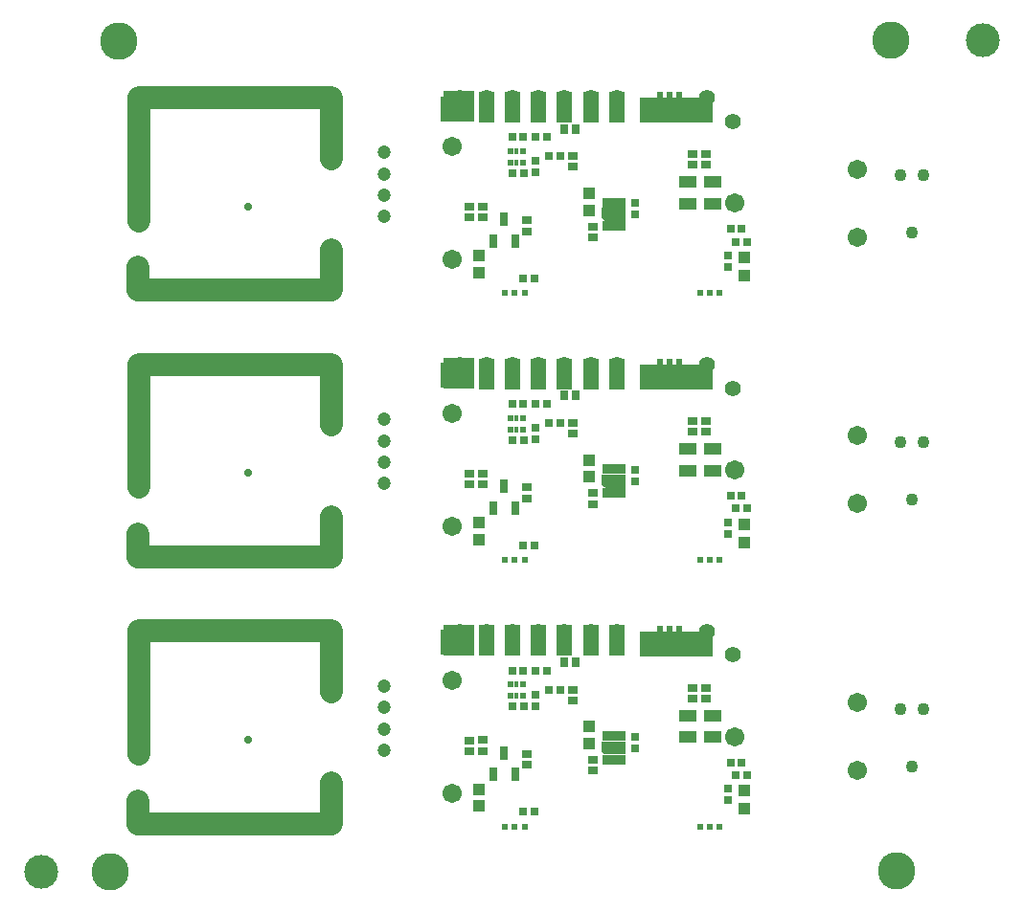
<source format=gts>
G04*
G04 #@! TF.GenerationSoftware,Altium Limited,Altium Designer,19.1.7 (138)*
G04*
G04 Layer_Color=8388736*
%FSAX25Y25*%
%MOIN*%
G70*
G01*
G75*
%ADD15R,0.02362X0.01968*%
%ADD30C,0.04724*%
%ADD78R,0.25591X0.08511*%
%ADD79R,0.11575X0.09055*%
%ADD80C,0.07874*%
%ADD81C,0.11811*%
%ADD82R,0.03320X0.03162*%
%ADD83R,0.02690X0.04540*%
%ADD84R,0.10642X0.10642*%
%ADD85R,0.03950X0.03950*%
%ADD86R,0.03162X0.02769*%
%ADD87R,0.01575X0.01968*%
%ADD88R,0.05524X0.10642*%
%ADD89R,0.02769X0.03162*%
%ADD90R,0.01981X0.03556*%
%ADD91R,0.02769X0.02769*%
%ADD92R,0.03162X0.03320*%
%ADD93R,0.05918X0.04343*%
%ADD94C,0.13005*%
%ADD95C,0.02375*%
%ADD96C,0.05524*%
%ADD97C,0.04343*%
%ADD98C,0.06706*%
%ADD99C,0.02769*%
G36*
X0329784Y0344199D02*
X0329784Y0344199D01*
X0329784Y0344199D01*
X0329810Y0344197D01*
X0329836Y0344195D01*
X0329836Y0344195D01*
X0329837Y0344195D01*
X0329860Y0344191D01*
X0329888Y0344185D01*
X0329888Y0344185D01*
X0329888Y0344185D01*
X0329910Y0344178D01*
X0329937Y0344168D01*
X0329938Y0344168D01*
X0329938Y0344168D01*
X0329961Y0344157D01*
X0329984Y0344145D01*
X0329984Y0344145D01*
X0329985Y0344145D01*
X0330009Y0344129D01*
X0330028Y0344116D01*
X0330028Y0344116D01*
X0330028Y0344116D01*
X0330050Y0344097D01*
X0330067Y0344081D01*
X0330067Y0344081D01*
X0330068Y0344081D01*
X0330083Y0344063D01*
X0330102Y0344042D01*
X0330102Y0344042D01*
X0330102Y0344041D01*
X0330115Y0344022D01*
X0330131Y0343998D01*
X0330131Y0343998D01*
X0330131Y0343998D01*
X0330143Y0343974D01*
X0330154Y0343951D01*
X0330154Y0343951D01*
X0330154Y0343951D01*
X0330162Y0343927D01*
X0330171Y0343902D01*
X0330171Y0343901D01*
X0330171Y0343901D01*
X0330176Y0343876D01*
X0330181Y0343850D01*
X0330181Y0343850D01*
X0330181Y0343850D01*
X0330183Y0343823D01*
X0330185Y0343798D01*
X0330185Y0343798D01*
X0330185Y0343797D01*
X0330184Y0343502D01*
X0330184Y0340058D01*
Y0340058D01*
Y0340058D01*
X0330181Y0340006D01*
X0330171Y0339955D01*
X0330154Y0339905D01*
X0330131Y0339858D01*
X0330101Y0339814D01*
X0330072Y0339780D01*
X0330067Y0339775D01*
X0330067D01*
Y0339775D01*
X0330061Y0339770D01*
X0330027Y0339740D01*
X0329984Y0339711D01*
X0329937Y0339688D01*
X0329887Y0339671D01*
X0329836Y0339661D01*
X0329783Y0339658D01*
X0329783D01*
X0323091Y0339658D01*
X0323062Y0339660D01*
X0323039Y0339661D01*
X0323039Y0339661D01*
X0323039Y0339661D01*
X0323005Y0339668D01*
X0322988Y0339671D01*
X0322988Y0339671D01*
X0322987Y0339671D01*
X0322954Y0339683D01*
X0322938Y0339688D01*
X0322938Y0339688D01*
X0322938Y0339688D01*
X0322912Y0339701D01*
X0322891Y0339711D01*
X0322891Y0339711D01*
X0322891Y0339711D01*
X0322867Y0339727D01*
X0322847Y0339740D01*
X0322847Y0339740D01*
X0322847Y0339740D01*
X0322825Y0339760D01*
X0322808Y0339775D01*
X0321823Y0340759D01*
X0321822Y0340759D01*
X0321822Y0340759D01*
X0321806Y0340778D01*
X0321788Y0340798D01*
X0321788Y0340798D01*
X0321788Y0340798D01*
X0321774Y0340819D01*
X0321759Y0340842D01*
X0321759Y0340842D01*
X0321759Y0340842D01*
X0321747Y0340865D01*
X0321736Y0340889D01*
X0321736Y0340889D01*
X0321735Y0340889D01*
X0321725Y0340920D01*
X0321719Y0340938D01*
X0321719Y0340938D01*
X0321719Y0340939D01*
X0321713Y0340966D01*
X0321708Y0340990D01*
X0321708Y0340990D01*
X0321708Y0340990D01*
X0321707Y0341013D01*
X0321705Y0341042D01*
X0321705Y0341042D01*
X0321705Y0341042D01*
X0321706Y0343508D01*
X0321706Y0343508D01*
X0321706Y0343509D01*
X0321706Y0343801D01*
X0321708Y0343827D01*
X0321710Y0343852D01*
X0321710Y0343852D01*
X0321710Y0343853D01*
X0321715Y0343878D01*
X0321720Y0343903D01*
X0321720Y0343904D01*
X0321720Y0343904D01*
X0321729Y0343929D01*
X0321737Y0343953D01*
X0321737Y0343953D01*
X0321737Y0343954D01*
X0321749Y0343977D01*
X0321760Y0344000D01*
X0321760Y0344001D01*
X0321761Y0344001D01*
X0321775Y0344023D01*
X0321789Y0344044D01*
X0321790Y0344044D01*
X0321790Y0344044D01*
X0321807Y0344063D01*
X0321824Y0344083D01*
X0321824Y0344083D01*
X0321825Y0344084D01*
X0321842Y0344099D01*
X0321863Y0344118D01*
X0321864Y0344118D01*
X0321864Y0344118D01*
X0321885Y0344132D01*
X0321907Y0344147D01*
X0321907Y0344147D01*
X0321908Y0344147D01*
X0321932Y0344159D01*
X0321954Y0344170D01*
X0321954Y0344170D01*
X0321955Y0344170D01*
X0321980Y0344179D01*
X0322004Y0344187D01*
X0322004Y0344187D01*
X0322005Y0344187D01*
X0322031Y0344192D01*
X0322055Y0344197D01*
X0322056Y0344197D01*
X0322056Y0344197D01*
X0322082Y0344199D01*
X0322107Y0344200D01*
X0322108D01*
X0329784Y0344199D01*
D02*
G37*
G36*
Y0251285D02*
X0329784Y0251285D01*
X0329784Y0251285D01*
X0329810Y0251284D01*
X0329836Y0251282D01*
X0329836Y0251282D01*
X0329837Y0251282D01*
X0329860Y0251277D01*
X0329888Y0251272D01*
X0329888Y0251272D01*
X0329888Y0251272D01*
X0329910Y0251264D01*
X0329937Y0251255D01*
X0329938Y0251255D01*
X0329938Y0251255D01*
X0329961Y0251243D01*
X0329984Y0251232D01*
X0329984Y0251232D01*
X0329985Y0251231D01*
X0330009Y0251215D01*
X0330028Y0251203D01*
X0330028Y0251202D01*
X0330028Y0251202D01*
X0330050Y0251183D01*
X0330067Y0251168D01*
X0330067Y0251168D01*
X0330068Y0251167D01*
X0330083Y0251149D01*
X0330102Y0251129D01*
X0330102Y0251128D01*
X0330102Y0251128D01*
X0330115Y0251108D01*
X0330131Y0251085D01*
X0330131Y0251085D01*
X0330131Y0251084D01*
X0330143Y0251060D01*
X0330154Y0251038D01*
X0330154Y0251038D01*
X0330154Y0251037D01*
X0330162Y0251013D01*
X0330171Y0250988D01*
X0330171Y0250988D01*
X0330171Y0250988D01*
X0330176Y0250963D01*
X0330181Y0250937D01*
X0330181Y0250937D01*
X0330181Y0250936D01*
X0330183Y0250909D01*
X0330185Y0250885D01*
X0330185Y0250884D01*
X0330185Y0250884D01*
X0330184Y0250588D01*
X0330184Y0247145D01*
Y0247145D01*
Y0247145D01*
X0330181Y0247093D01*
X0330171Y0247041D01*
X0330154Y0246992D01*
X0330131Y0246945D01*
X0330101Y0246901D01*
X0330072Y0246867D01*
X0330067Y0246862D01*
X0330067D01*
Y0246862D01*
X0330061Y0246857D01*
X0330027Y0246827D01*
X0329984Y0246798D01*
X0329937Y0246775D01*
X0329887Y0246758D01*
X0329836Y0246748D01*
X0329783Y0246744D01*
X0329783D01*
X0323091Y0246744D01*
X0323062Y0246746D01*
X0323039Y0246748D01*
X0323039Y0246748D01*
X0323039Y0246748D01*
X0323005Y0246754D01*
X0322988Y0246758D01*
X0322988Y0246758D01*
X0322987Y0246758D01*
X0322954Y0246769D01*
X0322938Y0246775D01*
X0322938Y0246775D01*
X0322938Y0246775D01*
X0322912Y0246787D01*
X0322891Y0246798D01*
X0322891Y0246798D01*
X0322891Y0246798D01*
X0322867Y0246814D01*
X0322847Y0246827D01*
X0322847Y0246827D01*
X0322847Y0246827D01*
X0322825Y0246847D01*
X0322808Y0246862D01*
X0321823Y0247845D01*
X0321822Y0247845D01*
X0321822Y0247846D01*
X0321806Y0247865D01*
X0321788Y0247885D01*
X0321788Y0247885D01*
X0321788Y0247885D01*
X0321774Y0247905D01*
X0321759Y0247928D01*
X0321759Y0247928D01*
X0321759Y0247929D01*
X0321747Y0247952D01*
X0321736Y0247975D01*
X0321736Y0247975D01*
X0321735Y0247975D01*
X0321725Y0248007D01*
X0321719Y0248025D01*
X0321719Y0248025D01*
X0321719Y0248025D01*
X0321713Y0248052D01*
X0321708Y0248076D01*
X0321708Y0248077D01*
X0321708Y0248077D01*
X0321707Y0248099D01*
X0321705Y0248129D01*
X0321705Y0248129D01*
X0321705Y0248129D01*
X0321706Y0250594D01*
X0321706Y0250595D01*
X0321706Y0250595D01*
X0321706Y0250887D01*
X0321708Y0250913D01*
X0321710Y0250939D01*
X0321710Y0250939D01*
X0321710Y0250940D01*
X0321715Y0250965D01*
X0321720Y0250990D01*
X0321720Y0250991D01*
X0321720Y0250991D01*
X0321729Y0251015D01*
X0321737Y0251040D01*
X0321737Y0251040D01*
X0321737Y0251041D01*
X0321749Y0251064D01*
X0321760Y0251087D01*
X0321760Y0251087D01*
X0321761Y0251087D01*
X0321775Y0251109D01*
X0321789Y0251130D01*
X0321790Y0251131D01*
X0321790Y0251131D01*
X0321807Y0251150D01*
X0321824Y0251170D01*
X0321824Y0251170D01*
X0321825Y0251170D01*
X0321842Y0251186D01*
X0321863Y0251204D01*
X0321864Y0251204D01*
X0321864Y0251205D01*
X0321885Y0251219D01*
X0321907Y0251233D01*
X0321907Y0251234D01*
X0321908Y0251234D01*
X0321932Y0251246D01*
X0321954Y0251256D01*
X0321954Y0251257D01*
X0321955Y0251257D01*
X0321980Y0251265D01*
X0322004Y0251273D01*
X0322004Y0251273D01*
X0322005Y0251274D01*
X0322031Y0251279D01*
X0322055Y0251284D01*
X0322056Y0251284D01*
X0322056Y0251284D01*
X0322082Y0251285D01*
X0322107Y0251287D01*
X0322108D01*
X0329784Y0251285D01*
D02*
G37*
G36*
Y0158372D02*
X0329784Y0158372D01*
X0329784Y0158372D01*
X0329810Y0158370D01*
X0329836Y0158369D01*
X0329836Y0158369D01*
X0329837Y0158369D01*
X0329860Y0158364D01*
X0329888Y0158358D01*
X0329888Y0158358D01*
X0329888Y0158358D01*
X0329910Y0158351D01*
X0329937Y0158342D01*
X0329938Y0158341D01*
X0329938Y0158341D01*
X0329961Y0158330D01*
X0329984Y0158318D01*
X0329984Y0158318D01*
X0329985Y0158318D01*
X0330009Y0158302D01*
X0330028Y0158289D01*
X0330028Y0158289D01*
X0330028Y0158289D01*
X0330050Y0158270D01*
X0330067Y0158255D01*
X0330067Y0158254D01*
X0330068Y0158254D01*
X0330083Y0158236D01*
X0330102Y0158215D01*
X0330102Y0158215D01*
X0330102Y0158215D01*
X0330115Y0158195D01*
X0330131Y0158171D01*
X0330131Y0158171D01*
X0330131Y0158171D01*
X0330143Y0158147D01*
X0330154Y0158124D01*
X0330154Y0158124D01*
X0330154Y0158124D01*
X0330162Y0158100D01*
X0330171Y0158075D01*
X0330171Y0158074D01*
X0330171Y0158074D01*
X0330176Y0158049D01*
X0330181Y0158023D01*
X0330181Y0158023D01*
X0330181Y0158023D01*
X0330183Y0157996D01*
X0330185Y0157971D01*
X0330185Y0157971D01*
X0330185Y0157970D01*
X0330184Y0157675D01*
X0330184Y0154232D01*
Y0154232D01*
Y0154232D01*
X0330181Y0154179D01*
X0330171Y0154128D01*
X0330154Y0154078D01*
X0330131Y0154031D01*
X0330101Y0153988D01*
X0330072Y0153954D01*
X0330067Y0153948D01*
X0330067D01*
Y0153948D01*
X0330061Y0153943D01*
X0330027Y0153914D01*
X0329984Y0153884D01*
X0329937Y0153861D01*
X0329887Y0153844D01*
X0329836Y0153834D01*
X0329783Y0153831D01*
X0329783D01*
X0323091Y0153831D01*
X0323062Y0153833D01*
X0323039Y0153834D01*
X0323039Y0153834D01*
X0323039Y0153834D01*
X0323005Y0153841D01*
X0322988Y0153844D01*
X0322988Y0153844D01*
X0322987Y0153844D01*
X0322954Y0153856D01*
X0322938Y0153861D01*
X0322938Y0153861D01*
X0322938Y0153861D01*
X0322912Y0153874D01*
X0322891Y0153884D01*
X0322891Y0153884D01*
X0322891Y0153885D01*
X0322867Y0153900D01*
X0322847Y0153913D01*
X0322847Y0153914D01*
X0322847Y0153914D01*
X0322825Y0153933D01*
X0322808Y0153948D01*
X0321823Y0154932D01*
X0321822Y0154932D01*
X0321822Y0154932D01*
X0321806Y0154951D01*
X0321788Y0154971D01*
X0321788Y0154971D01*
X0321788Y0154972D01*
X0321774Y0154992D01*
X0321759Y0155015D01*
X0321759Y0155015D01*
X0321759Y0155015D01*
X0321747Y0155038D01*
X0321736Y0155062D01*
X0321736Y0155062D01*
X0321735Y0155062D01*
X0321725Y0155094D01*
X0321719Y0155111D01*
X0321719Y0155112D01*
X0321719Y0155112D01*
X0321713Y0155139D01*
X0321708Y0155163D01*
X0321708Y0155163D01*
X0321708Y0155163D01*
X0321707Y0155186D01*
X0321705Y0155215D01*
X0321705Y0155215D01*
X0321705Y0155216D01*
X0321706Y0157681D01*
X0321706Y0157682D01*
X0321706Y0157682D01*
X0321706Y0157974D01*
X0321708Y0158000D01*
X0321710Y0158025D01*
X0321710Y0158026D01*
X0321710Y0158026D01*
X0321715Y0158051D01*
X0321720Y0158077D01*
X0321720Y0158077D01*
X0321720Y0158078D01*
X0321729Y0158102D01*
X0321737Y0158126D01*
X0321737Y0158127D01*
X0321737Y0158127D01*
X0321749Y0158150D01*
X0321760Y0158173D01*
X0321760Y0158174D01*
X0321761Y0158174D01*
X0321775Y0158196D01*
X0321789Y0158217D01*
X0321790Y0158217D01*
X0321790Y0158218D01*
X0321807Y0158237D01*
X0321824Y0158256D01*
X0321824Y0158257D01*
X0321825Y0158257D01*
X0321842Y0158272D01*
X0321863Y0158291D01*
X0321864Y0158291D01*
X0321864Y0158291D01*
X0321885Y0158305D01*
X0321907Y0158320D01*
X0321907Y0158320D01*
X0321908Y0158320D01*
X0321932Y0158332D01*
X0321954Y0158343D01*
X0321954Y0158343D01*
X0321955Y0158344D01*
X0321980Y0158352D01*
X0322004Y0158360D01*
X0322004Y0158360D01*
X0322005Y0158360D01*
X0322031Y0158365D01*
X0322055Y0158370D01*
X0322056Y0158370D01*
X0322056Y0158370D01*
X0322082Y0158372D01*
X0322107Y0158374D01*
X0322108D01*
X0329784Y0158372D01*
D02*
G37*
D15*
X0294291Y0359999D02*
D03*
X0290118D02*
D03*
X0294291Y0363936D02*
D03*
X0290118D02*
D03*
X0294291Y0267086D02*
D03*
X0290118D02*
D03*
X0294291Y0271023D02*
D03*
X0290118D02*
D03*
X0294291Y0174173D02*
D03*
X0290118D02*
D03*
X0294291Y0178110D02*
D03*
X0290118D02*
D03*
D30*
X0246181Y0155276D02*
D03*
X0246142Y0170118D02*
D03*
X0246063Y0177717D02*
D03*
X0246142Y0162677D02*
D03*
X0246181Y0248189D02*
D03*
X0246142Y0263032D02*
D03*
X0246063Y0270630D02*
D03*
X0246142Y0255591D02*
D03*
X0246181Y0341102D02*
D03*
X0246142Y0355945D02*
D03*
X0246063Y0363543D02*
D03*
X0246142Y0348504D02*
D03*
D78*
X0347874Y0378224D02*
D03*
Y0285311D02*
D03*
Y0192397D02*
D03*
D79*
X0271339Y0378740D02*
D03*
Y0285826D02*
D03*
Y0192913D02*
D03*
D80*
X0227874Y0129646D02*
Y0143780D01*
X0160472Y0129646D02*
X0227874D01*
X0160472D02*
Y0137638D01*
X0227677Y0175591D02*
Y0196811D01*
X0160669D02*
X0227677D01*
X0160669Y0153858D02*
Y0196811D01*
X0227874Y0222559D02*
Y0236693D01*
X0160472Y0222559D02*
X0227874D01*
X0160472D02*
Y0230551D01*
X0227677Y0268504D02*
Y0289724D01*
X0160669D02*
X0227677D01*
X0160669Y0246772D02*
Y0289724D01*
X0227874Y0315473D02*
Y0329606D01*
X0160472Y0315473D02*
X0227874D01*
X0160472D02*
Y0323465D01*
X0227677Y0361417D02*
Y0382638D01*
X0160669D02*
X0227677D01*
X0160669Y0339685D02*
Y0382638D01*
D81*
X0126772Y0112992D02*
D03*
X0454528Y0402559D02*
D03*
D82*
X0295787Y0339763D02*
D03*
Y0335984D02*
D03*
X0353465Y0362913D02*
D03*
Y0359133D02*
D03*
X0357992Y0362913D02*
D03*
Y0359133D02*
D03*
X0275787Y0340787D02*
D03*
Y0344566D02*
D03*
X0280276Y0340826D02*
D03*
Y0344606D02*
D03*
X0311575Y0362244D02*
D03*
Y0358464D02*
D03*
X0318583Y0337755D02*
D03*
Y0333976D02*
D03*
X0295787Y0246850D02*
D03*
Y0243070D02*
D03*
X0353465Y0270000D02*
D03*
Y0266220D02*
D03*
X0357992Y0270000D02*
D03*
Y0266220D02*
D03*
X0275787Y0247873D02*
D03*
Y0251653D02*
D03*
X0280276Y0247913D02*
D03*
Y0251692D02*
D03*
X0311575Y0269330D02*
D03*
Y0265551D02*
D03*
X0318583Y0244842D02*
D03*
Y0241062D02*
D03*
X0295787Y0153936D02*
D03*
Y0150157D02*
D03*
X0353465Y0177086D02*
D03*
Y0173307D02*
D03*
X0357992Y0177086D02*
D03*
Y0173307D02*
D03*
X0275787Y0154960D02*
D03*
Y0158740D02*
D03*
X0280276Y0154999D02*
D03*
Y0158779D02*
D03*
X0311575Y0176417D02*
D03*
Y0172637D02*
D03*
X0318583Y0151929D02*
D03*
Y0148149D02*
D03*
D83*
X0283976Y0332598D02*
D03*
X0291614D02*
D03*
X0287795Y0340236D02*
D03*
X0283976Y0239685D02*
D03*
X0291614D02*
D03*
X0287795Y0247322D02*
D03*
X0283976Y0146771D02*
D03*
X0291614D02*
D03*
X0287795Y0154409D02*
D03*
D84*
X0272047Y0379448D02*
D03*
Y0286535D02*
D03*
Y0193622D02*
D03*
D85*
X0279055Y0321614D02*
D03*
Y0327519D02*
D03*
X0371457Y0320669D02*
D03*
Y0326968D02*
D03*
X0317283Y0349291D02*
D03*
Y0343385D02*
D03*
X0279055Y0228700D02*
D03*
Y0234606D02*
D03*
X0371457Y0227755D02*
D03*
Y0234055D02*
D03*
X0317283Y0256377D02*
D03*
Y0250472D02*
D03*
X0279055Y0135787D02*
D03*
Y0141692D02*
D03*
X0371457Y0134842D02*
D03*
Y0141141D02*
D03*
X0317283Y0163464D02*
D03*
Y0157559D02*
D03*
D86*
X0365866Y0323661D02*
D03*
Y0327598D02*
D03*
X0298819Y0356574D02*
D03*
Y0360511D02*
D03*
X0333268Y0345787D02*
D03*
Y0341850D02*
D03*
X0365866Y0230748D02*
D03*
Y0234684D02*
D03*
X0298819Y0263661D02*
D03*
Y0267598D02*
D03*
X0333268Y0252873D02*
D03*
Y0248937D02*
D03*
X0365866Y0137834D02*
D03*
Y0141771D02*
D03*
X0298819Y0170747D02*
D03*
Y0174685D02*
D03*
X0333268Y0159960D02*
D03*
Y0156023D02*
D03*
D87*
X0292205Y0359999D02*
D03*
Y0363936D02*
D03*
Y0267086D02*
D03*
Y0271023D02*
D03*
Y0174173D02*
D03*
Y0178110D02*
D03*
D88*
X0308858Y0379330D02*
D03*
X0299803D02*
D03*
X0290748D02*
D03*
X0281693Y0379330D02*
D03*
X0326968Y0379330D02*
D03*
X0317913D02*
D03*
X0308858Y0286417D02*
D03*
X0299803D02*
D03*
X0290748D02*
D03*
X0281693Y0286417D02*
D03*
X0326968Y0286417D02*
D03*
X0317913D02*
D03*
X0308858Y0193503D02*
D03*
X0299803D02*
D03*
X0290748D02*
D03*
X0281693Y0193503D02*
D03*
X0326968Y0193503D02*
D03*
X0317913D02*
D03*
D89*
X0294567Y0356299D02*
D03*
X0290630D02*
D03*
X0307401Y0362244D02*
D03*
X0303465D02*
D03*
X0294528Y0368818D02*
D03*
X0290591D02*
D03*
X0302638Y0368897D02*
D03*
X0298701D02*
D03*
X0370512Y0336810D02*
D03*
X0366575D02*
D03*
X0372441Y0332362D02*
D03*
X0368504D02*
D03*
X0298307Y0319606D02*
D03*
X0294370D02*
D03*
X0294567Y0263385D02*
D03*
X0290630D02*
D03*
X0307401Y0269330D02*
D03*
X0303465D02*
D03*
X0294528Y0275905D02*
D03*
X0290591D02*
D03*
X0302638Y0275984D02*
D03*
X0298701D02*
D03*
X0370512Y0243897D02*
D03*
X0366575D02*
D03*
X0372441Y0239448D02*
D03*
X0368504D02*
D03*
X0298307Y0226692D02*
D03*
X0294370D02*
D03*
X0294567Y0170472D02*
D03*
X0290630D02*
D03*
X0307401Y0176417D02*
D03*
X0303465D02*
D03*
X0294528Y0182992D02*
D03*
X0290591D02*
D03*
X0302638Y0183070D02*
D03*
X0298701D02*
D03*
X0370512Y0150984D02*
D03*
X0366575D02*
D03*
X0372441Y0146535D02*
D03*
X0368504D02*
D03*
X0298307Y0133779D02*
D03*
X0294370D02*
D03*
D90*
X0322992Y0337795D02*
D03*
X0324961D02*
D03*
X0326929D02*
D03*
X0328898D02*
D03*
Y0346062D02*
D03*
X0326929D02*
D03*
X0324961D02*
D03*
X0322992D02*
D03*
Y0244881D02*
D03*
X0324961D02*
D03*
X0326929D02*
D03*
X0328898D02*
D03*
Y0253149D02*
D03*
X0326929D02*
D03*
X0324961D02*
D03*
X0322992D02*
D03*
Y0151968D02*
D03*
X0324961D02*
D03*
X0326929D02*
D03*
X0328898D02*
D03*
Y0160236D02*
D03*
X0326929D02*
D03*
X0324961D02*
D03*
X0322992D02*
D03*
D91*
X0325945Y0341929D02*
D03*
Y0249015D02*
D03*
Y0156102D02*
D03*
D92*
X0312598Y0371692D02*
D03*
X0308819D02*
D03*
X0312598Y0278779D02*
D03*
X0308819D02*
D03*
X0312598Y0185866D02*
D03*
X0308819D02*
D03*
D93*
X0360236Y0353149D02*
D03*
Y0345669D02*
D03*
X0351693Y0353149D02*
D03*
Y0345669D02*
D03*
X0360236Y0260236D02*
D03*
Y0252755D02*
D03*
X0351693Y0260236D02*
D03*
Y0252755D02*
D03*
X0360236Y0167322D02*
D03*
Y0159842D02*
D03*
X0351693Y0167322D02*
D03*
Y0159842D02*
D03*
D94*
X0424410Y0113189D02*
D03*
X0422244Y0402559D02*
D03*
X0150787Y0112992D02*
D03*
X0153740Y0402362D02*
D03*
D95*
X0356102Y0314566D02*
D03*
X0359449D02*
D03*
X0362795D02*
D03*
X0288189D02*
D03*
X0294882D02*
D03*
X0348583Y0383464D02*
D03*
X0345236D02*
D03*
X0341890D02*
D03*
X0291535Y0314566D02*
D03*
X0356102Y0221653D02*
D03*
X0359449D02*
D03*
X0362795D02*
D03*
X0288189D02*
D03*
X0294882D02*
D03*
X0348583Y0290551D02*
D03*
X0345236D02*
D03*
X0341890D02*
D03*
X0291535Y0221653D02*
D03*
X0356102Y0128740D02*
D03*
X0359449D02*
D03*
X0362795D02*
D03*
X0288189D02*
D03*
X0294882D02*
D03*
X0348583Y0197637D02*
D03*
X0345236D02*
D03*
X0341890D02*
D03*
X0291535Y0128740D02*
D03*
D96*
X0358239Y0382480D02*
D03*
X0367244Y0374330D02*
D03*
X0326991Y0382480D02*
D03*
X0317917D02*
D03*
X0308869D02*
D03*
X0299822D02*
D03*
X0290748D02*
D03*
X0272239D02*
D03*
X0281690D02*
D03*
X0358239Y0289566D02*
D03*
X0367244Y0281417D02*
D03*
X0326991Y0289566D02*
D03*
X0317917D02*
D03*
X0308869D02*
D03*
X0299822D02*
D03*
X0290748D02*
D03*
X0272239D02*
D03*
X0281690D02*
D03*
X0358239Y0196653D02*
D03*
X0367244Y0188503D02*
D03*
X0326991Y0196653D02*
D03*
X0317917D02*
D03*
X0308869D02*
D03*
X0299822D02*
D03*
X0290748D02*
D03*
X0272239D02*
D03*
X0281690D02*
D03*
D97*
X0429587Y0335551D02*
D03*
X0433587Y0355551D02*
D03*
X0425587D02*
D03*
X0429587Y0242637D02*
D03*
X0433587Y0262637D02*
D03*
X0425587D02*
D03*
X0429587Y0149724D02*
D03*
X0433587Y0169724D02*
D03*
X0425587D02*
D03*
D98*
X0368110Y0345866D02*
D03*
X0269701Y0365551D02*
D03*
Y0326181D02*
D03*
X0410827Y0357677D02*
D03*
Y0334055D02*
D03*
X0368110Y0252952D02*
D03*
X0269701Y0272637D02*
D03*
Y0233267D02*
D03*
X0410827Y0264763D02*
D03*
Y0241141D02*
D03*
X0368110Y0160039D02*
D03*
X0269701Y0179724D02*
D03*
Y0140354D02*
D03*
X0410827Y0171850D02*
D03*
Y0148228D02*
D03*
D99*
X0198622Y0158858D02*
D03*
Y0251772D02*
D03*
Y0344685D02*
D03*
M02*

</source>
